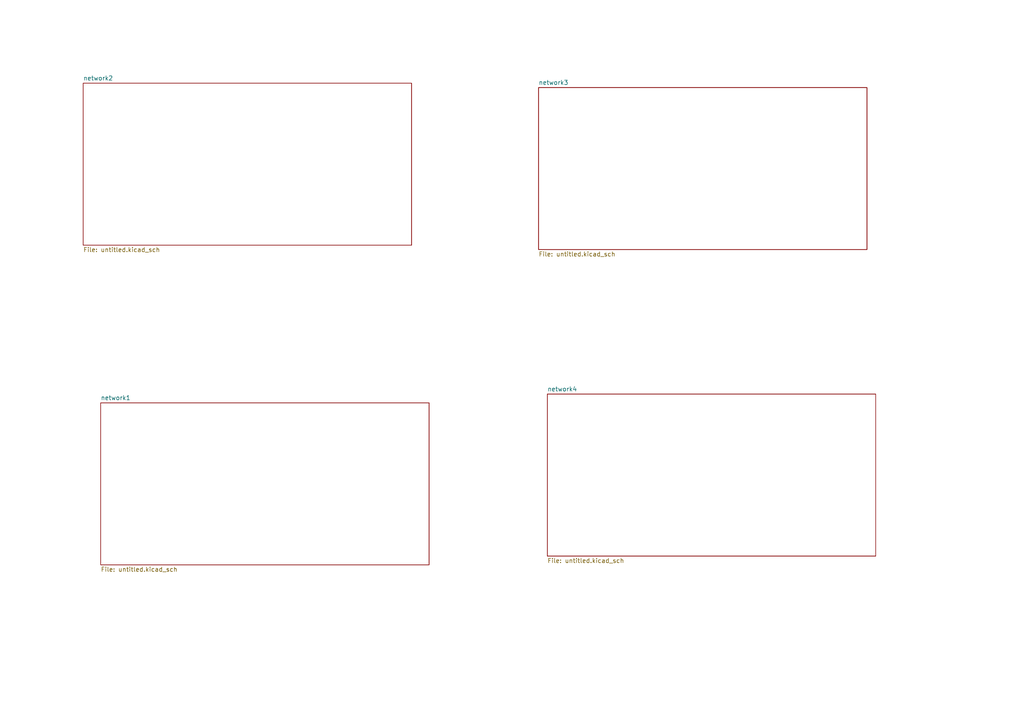
<source format=kicad_sch>
(kicad_sch
	(version 20231120)
	(generator "eeschema")
	(generator_version "8.0")
	(uuid "51b7e780-688f-494d-9172-4437a593740a")
	(paper "A4")
	(lib_symbols)
	(sheet
		(at 29.21 116.84)
		(size 95.25 46.99)
		(fields_autoplaced yes)
		(stroke
			(width 0.1524)
			(type solid)
		)
		(fill
			(color 0 0 0 0.0000)
		)
		(uuid "0336ac2d-1518-434b-98ce-7b750e20605b")
		(property "Sheetname" "network1"
			(at 29.21 116.1284 0)
			(effects
				(font
					(size 1.27 1.27)
				)
				(justify left bottom)
			)
		)
		(property "Sheetfile" "untitled.kicad_sch"
			(at 29.21 164.4146 0)
			(effects
				(font
					(size 1.27 1.27)
				)
				(justify left top)
			)
		)
		(instances
			(project "led_mapper_850"
				(path "/51b7e780-688f-494d-9172-4437a593740a"
					(page "2")
				)
			)
		)
	)
	(sheet
		(at 156.21 25.4)
		(size 95.25 46.99)
		(fields_autoplaced yes)
		(stroke
			(width 0.1524)
			(type solid)
		)
		(fill
			(color 0 0 0 0.0000)
		)
		(uuid "1301c309-39c1-43ee-a07e-79636b377c26")
		(property "Sheetname" "network3"
			(at 156.21 24.6884 0)
			(effects
				(font
					(size 1.27 1.27)
				)
				(justify left bottom)
			)
		)
		(property "Sheetfile" "untitled.kicad_sch"
			(at 156.21 72.9746 0)
			(effects
				(font
					(size 1.27 1.27)
				)
				(justify left top)
			)
		)
		(instances
			(project "led_mapper_850"
				(path "/51b7e780-688f-494d-9172-4437a593740a"
					(page "4")
				)
			)
		)
	)
	(sheet
		(at 158.75 114.3)
		(size 95.25 46.99)
		(fields_autoplaced yes)
		(stroke
			(width 0.1524)
			(type solid)
		)
		(fill
			(color 0 0 0 0.0000)
		)
		(uuid "acdf1064-22a7-45b0-b045-023df4437ef1")
		(property "Sheetname" "network4"
			(at 158.75 113.5884 0)
			(effects
				(font
					(size 1.27 1.27)
				)
				(justify left bottom)
			)
		)
		(property "Sheetfile" "untitled.kicad_sch"
			(at 158.75 161.8746 0)
			(effects
				(font
					(size 1.27 1.27)
				)
				(justify left top)
			)
		)
		(instances
			(project "led_mapper_850"
				(path "/51b7e780-688f-494d-9172-4437a593740a"
					(page "5")
				)
			)
		)
	)
	(sheet
		(at 24.13 24.13)
		(size 95.25 46.99)
		(fields_autoplaced yes)
		(stroke
			(width 0.1524)
			(type solid)
		)
		(fill
			(color 0 0 0 0.0000)
		)
		(uuid "d9c8edf6-0db8-4a05-9e19-e51ea97e1f56")
		(property "Sheetname" "network2"
			(at 24.13 23.4184 0)
			(effects
				(font
					(size 1.27 1.27)
				)
				(justify left bottom)
			)
		)
		(property "Sheetfile" "untitled.kicad_sch"
			(at 24.13 71.7046 0)
			(effects
				(font
					(size 1.27 1.27)
				)
				(justify left top)
			)
		)
		(instances
			(project "led_mapper_850"
				(path "/51b7e780-688f-494d-9172-4437a593740a"
					(page "3")
				)
			)
		)
	)
	(sheet_instances
		(path "/"
			(page "1")
		)
	)
)

</source>
